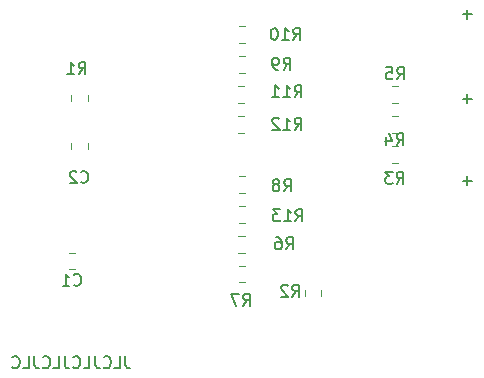
<source format=gbr>
G04 #@! TF.GenerationSoftware,KiCad,Pcbnew,(5.1.6)-1*
G04 #@! TF.CreationDate,2020-06-08T09:52:31+03:00*
G04 #@! TF.ProjectId,Z80,5a38302e-6b69-4636-9164-5f7063625858,rev?*
G04 #@! TF.SameCoordinates,Original*
G04 #@! TF.FileFunction,Legend,Bot*
G04 #@! TF.FilePolarity,Positive*
%FSLAX46Y46*%
G04 Gerber Fmt 4.6, Leading zero omitted, Abs format (unit mm)*
G04 Created by KiCad (PCBNEW (5.1.6)-1) date 2020-06-08 09:52:31*
%MOMM*%
%LPD*%
G01*
G04 APERTURE LIST*
%ADD10C,0.150000*%
%ADD11C,0.120000*%
G04 APERTURE END LIST*
D10*
X80670352Y-68905428D02*
X79908447Y-68905428D01*
X80289400Y-69286380D02*
X80289400Y-68524476D01*
X80667812Y-61958528D02*
X79905907Y-61958528D01*
X80286860Y-62339480D02*
X80286860Y-61577576D01*
X80667812Y-54816048D02*
X79905907Y-54816048D01*
X80286860Y-55197000D02*
X80286860Y-54435096D01*
X51355047Y-83780380D02*
X51355047Y-84494666D01*
X51402666Y-84637523D01*
X51497904Y-84732761D01*
X51640761Y-84780380D01*
X51736000Y-84780380D01*
X50402666Y-84780380D02*
X50878857Y-84780380D01*
X50878857Y-83780380D01*
X49497904Y-84685142D02*
X49545523Y-84732761D01*
X49688380Y-84780380D01*
X49783619Y-84780380D01*
X49926476Y-84732761D01*
X50021714Y-84637523D01*
X50069333Y-84542285D01*
X50116952Y-84351809D01*
X50116952Y-84208952D01*
X50069333Y-84018476D01*
X50021714Y-83923238D01*
X49926476Y-83828000D01*
X49783619Y-83780380D01*
X49688380Y-83780380D01*
X49545523Y-83828000D01*
X49497904Y-83875619D01*
X48783619Y-83780380D02*
X48783619Y-84494666D01*
X48831238Y-84637523D01*
X48926476Y-84732761D01*
X49069333Y-84780380D01*
X49164571Y-84780380D01*
X47831238Y-84780380D02*
X48307428Y-84780380D01*
X48307428Y-83780380D01*
X46926476Y-84685142D02*
X46974095Y-84732761D01*
X47116952Y-84780380D01*
X47212190Y-84780380D01*
X47355047Y-84732761D01*
X47450285Y-84637523D01*
X47497904Y-84542285D01*
X47545523Y-84351809D01*
X47545523Y-84208952D01*
X47497904Y-84018476D01*
X47450285Y-83923238D01*
X47355047Y-83828000D01*
X47212190Y-83780380D01*
X47116952Y-83780380D01*
X46974095Y-83828000D01*
X46926476Y-83875619D01*
X46212190Y-83780380D02*
X46212190Y-84494666D01*
X46259809Y-84637523D01*
X46355047Y-84732761D01*
X46497904Y-84780380D01*
X46593142Y-84780380D01*
X45259809Y-84780380D02*
X45736000Y-84780380D01*
X45736000Y-83780380D01*
X44355047Y-84685142D02*
X44402666Y-84732761D01*
X44545523Y-84780380D01*
X44640761Y-84780380D01*
X44783619Y-84732761D01*
X44878857Y-84637523D01*
X44926476Y-84542285D01*
X44974095Y-84351809D01*
X44974095Y-84208952D01*
X44926476Y-84018476D01*
X44878857Y-83923238D01*
X44783619Y-83828000D01*
X44640761Y-83780380D01*
X44545523Y-83780380D01*
X44402666Y-83828000D01*
X44355047Y-83875619D01*
X43640761Y-83780380D02*
X43640761Y-84494666D01*
X43688380Y-84637523D01*
X43783619Y-84732761D01*
X43926476Y-84780380D01*
X44021714Y-84780380D01*
X42688380Y-84780380D02*
X43164571Y-84780380D01*
X43164571Y-83780380D01*
X41783619Y-84685142D02*
X41831238Y-84732761D01*
X41974095Y-84780380D01*
X42069333Y-84780380D01*
X42212190Y-84732761D01*
X42307428Y-84637523D01*
X42355047Y-84542285D01*
X42402666Y-84351809D01*
X42402666Y-84208952D01*
X42355047Y-84018476D01*
X42307428Y-83923238D01*
X42212190Y-83828000D01*
X42069333Y-83780380D01*
X41974095Y-83780380D01*
X41831238Y-83828000D01*
X41783619Y-83875619D01*
D11*
X46760060Y-65707762D02*
X46760060Y-66224918D01*
X48180060Y-65707762D02*
X48180060Y-66224918D01*
X46566322Y-76414700D02*
X47083478Y-76414700D01*
X46566322Y-74994700D02*
X47083478Y-74994700D01*
X46765140Y-61638682D02*
X46765140Y-62155838D01*
X48185140Y-61638682D02*
X48185140Y-62155838D01*
X67951420Y-78706478D02*
X67951420Y-78189322D01*
X66531420Y-78706478D02*
X66531420Y-78189322D01*
X73901802Y-65965000D02*
X74418958Y-65965000D01*
X73901802Y-67385000D02*
X74418958Y-67385000D01*
X73899262Y-64857700D02*
X74416418Y-64857700D01*
X73899262Y-63437700D02*
X74416418Y-63437700D01*
X73917042Y-60882460D02*
X74434198Y-60882460D01*
X73917042Y-62302460D02*
X74434198Y-62302460D01*
X60922402Y-73579920D02*
X61439558Y-73579920D01*
X60922402Y-74999920D02*
X61439558Y-74999920D01*
X60932562Y-77529760D02*
X61449718Y-77529760D01*
X60932562Y-76109760D02*
X61449718Y-76109760D01*
X60970662Y-68515160D02*
X61487818Y-68515160D01*
X60970662Y-69935160D02*
X61487818Y-69935160D01*
X60940182Y-59762460D02*
X61457338Y-59762460D01*
X60940182Y-58342460D02*
X61457338Y-58342460D01*
X60952882Y-57227540D02*
X61470038Y-57227540D01*
X60952882Y-55807540D02*
X61470038Y-55807540D01*
X60899542Y-60887540D02*
X61416698Y-60887540D01*
X60899542Y-62307540D02*
X61416698Y-62307540D01*
X60912242Y-64845000D02*
X61429398Y-64845000D01*
X60912242Y-63425000D02*
X61429398Y-63425000D01*
X60952882Y-71052620D02*
X61470038Y-71052620D01*
X60952882Y-72472620D02*
X61470038Y-72472620D01*
D10*
X47580846Y-69005722D02*
X47628465Y-69053341D01*
X47771322Y-69100960D01*
X47866560Y-69100960D01*
X48009418Y-69053341D01*
X48104656Y-68958103D01*
X48152275Y-68862865D01*
X48199894Y-68672389D01*
X48199894Y-68529532D01*
X48152275Y-68339056D01*
X48104656Y-68243818D01*
X48009418Y-68148580D01*
X47866560Y-68100960D01*
X47771322Y-68100960D01*
X47628465Y-68148580D01*
X47580846Y-68196199D01*
X47199894Y-68196199D02*
X47152275Y-68148580D01*
X47057037Y-68100960D01*
X46818941Y-68100960D01*
X46723703Y-68148580D01*
X46676084Y-68196199D01*
X46628465Y-68291437D01*
X46628465Y-68386675D01*
X46676084Y-68529532D01*
X47247513Y-69100960D01*
X46628465Y-69100960D01*
X46991566Y-77711842D02*
X47039185Y-77759461D01*
X47182042Y-77807080D01*
X47277280Y-77807080D01*
X47420138Y-77759461D01*
X47515376Y-77664223D01*
X47562995Y-77568985D01*
X47610614Y-77378509D01*
X47610614Y-77235652D01*
X47562995Y-77045176D01*
X47515376Y-76949938D01*
X47420138Y-76854700D01*
X47277280Y-76807080D01*
X47182042Y-76807080D01*
X47039185Y-76854700D01*
X46991566Y-76902319D01*
X46039185Y-77807080D02*
X46610614Y-77807080D01*
X46324900Y-77807080D02*
X46324900Y-76807080D01*
X46420138Y-76949938D01*
X46515376Y-77045176D01*
X46610614Y-77092795D01*
X47387806Y-59888140D02*
X47721140Y-59411950D01*
X47959235Y-59888140D02*
X47959235Y-58888140D01*
X47578282Y-58888140D01*
X47483044Y-58935760D01*
X47435425Y-58983379D01*
X47387806Y-59078617D01*
X47387806Y-59221474D01*
X47435425Y-59316712D01*
X47483044Y-59364331D01*
X47578282Y-59411950D01*
X47959235Y-59411950D01*
X46435425Y-59888140D02*
X47006854Y-59888140D01*
X46721140Y-59888140D02*
X46721140Y-58888140D01*
X46816378Y-59030998D01*
X46911616Y-59126236D01*
X47006854Y-59173855D01*
X65485306Y-78730100D02*
X65818640Y-78253910D01*
X66056735Y-78730100D02*
X66056735Y-77730100D01*
X65675782Y-77730100D01*
X65580544Y-77777720D01*
X65532925Y-77825339D01*
X65485306Y-77920577D01*
X65485306Y-78063434D01*
X65532925Y-78158672D01*
X65580544Y-78206291D01*
X65675782Y-78253910D01*
X66056735Y-78253910D01*
X65104354Y-77825339D02*
X65056735Y-77777720D01*
X64961497Y-77730100D01*
X64723401Y-77730100D01*
X64628163Y-77777720D01*
X64580544Y-77825339D01*
X64532925Y-77920577D01*
X64532925Y-78015815D01*
X64580544Y-78158672D01*
X65151973Y-78730100D01*
X64532925Y-78730100D01*
X74304186Y-69167000D02*
X74637520Y-68690810D01*
X74875615Y-69167000D02*
X74875615Y-68167000D01*
X74494662Y-68167000D01*
X74399424Y-68214620D01*
X74351805Y-68262239D01*
X74304186Y-68357477D01*
X74304186Y-68500334D01*
X74351805Y-68595572D01*
X74399424Y-68643191D01*
X74494662Y-68690810D01*
X74875615Y-68690810D01*
X73970853Y-68167000D02*
X73351805Y-68167000D01*
X73685139Y-68547953D01*
X73542281Y-68547953D01*
X73447043Y-68595572D01*
X73399424Y-68643191D01*
X73351805Y-68738429D01*
X73351805Y-68976524D01*
X73399424Y-69071762D01*
X73447043Y-69119381D01*
X73542281Y-69167000D01*
X73827996Y-69167000D01*
X73923234Y-69119381D01*
X73970853Y-69071762D01*
X74304186Y-65903100D02*
X74637520Y-65426910D01*
X74875615Y-65903100D02*
X74875615Y-64903100D01*
X74494662Y-64903100D01*
X74399424Y-64950720D01*
X74351805Y-64998339D01*
X74304186Y-65093577D01*
X74304186Y-65236434D01*
X74351805Y-65331672D01*
X74399424Y-65379291D01*
X74494662Y-65426910D01*
X74875615Y-65426910D01*
X73447043Y-65236434D02*
X73447043Y-65903100D01*
X73685139Y-64855481D02*
X73923234Y-65569767D01*
X73304186Y-65569767D01*
X74339746Y-60327800D02*
X74673080Y-59851610D01*
X74911175Y-60327800D02*
X74911175Y-59327800D01*
X74530222Y-59327800D01*
X74434984Y-59375420D01*
X74387365Y-59423039D01*
X74339746Y-59518277D01*
X74339746Y-59661134D01*
X74387365Y-59756372D01*
X74434984Y-59803991D01*
X74530222Y-59851610D01*
X74911175Y-59851610D01*
X73434984Y-59327800D02*
X73911175Y-59327800D01*
X73958794Y-59803991D01*
X73911175Y-59756372D01*
X73815937Y-59708753D01*
X73577841Y-59708753D01*
X73482603Y-59756372D01*
X73434984Y-59803991D01*
X73387365Y-59899229D01*
X73387365Y-60137324D01*
X73434984Y-60232562D01*
X73482603Y-60280181D01*
X73577841Y-60327800D01*
X73815937Y-60327800D01*
X73911175Y-60280181D01*
X73958794Y-60232562D01*
X64959526Y-74714360D02*
X65292860Y-74238170D01*
X65530955Y-74714360D02*
X65530955Y-73714360D01*
X65150002Y-73714360D01*
X65054764Y-73761980D01*
X65007145Y-73809599D01*
X64959526Y-73904837D01*
X64959526Y-74047694D01*
X65007145Y-74142932D01*
X65054764Y-74190551D01*
X65150002Y-74238170D01*
X65530955Y-74238170D01*
X64102383Y-73714360D02*
X64292860Y-73714360D01*
X64388098Y-73761980D01*
X64435717Y-73809599D01*
X64530955Y-73952456D01*
X64578574Y-74142932D01*
X64578574Y-74523884D01*
X64530955Y-74619122D01*
X64483336Y-74666741D01*
X64388098Y-74714360D01*
X64197621Y-74714360D01*
X64102383Y-74666741D01*
X64054764Y-74619122D01*
X64007145Y-74523884D01*
X64007145Y-74285789D01*
X64054764Y-74190551D01*
X64102383Y-74142932D01*
X64197621Y-74095313D01*
X64388098Y-74095313D01*
X64483336Y-74142932D01*
X64530955Y-74190551D01*
X64578574Y-74285789D01*
X61304466Y-79484480D02*
X61637800Y-79008290D01*
X61875895Y-79484480D02*
X61875895Y-78484480D01*
X61494942Y-78484480D01*
X61399704Y-78532100D01*
X61352085Y-78579719D01*
X61304466Y-78674957D01*
X61304466Y-78817814D01*
X61352085Y-78913052D01*
X61399704Y-78960671D01*
X61494942Y-79008290D01*
X61875895Y-79008290D01*
X60971133Y-78484480D02*
X60304466Y-78484480D01*
X60733038Y-79484480D01*
X64776406Y-69804540D02*
X65109740Y-69328350D01*
X65347835Y-69804540D02*
X65347835Y-68804540D01*
X64966882Y-68804540D01*
X64871644Y-68852160D01*
X64824025Y-68899779D01*
X64776406Y-68995017D01*
X64776406Y-69137874D01*
X64824025Y-69233112D01*
X64871644Y-69280731D01*
X64966882Y-69328350D01*
X65347835Y-69328350D01*
X64204978Y-69233112D02*
X64300216Y-69185493D01*
X64347835Y-69137874D01*
X64395454Y-69042636D01*
X64395454Y-68995017D01*
X64347835Y-68899779D01*
X64300216Y-68852160D01*
X64204978Y-68804540D01*
X64014501Y-68804540D01*
X63919263Y-68852160D01*
X63871644Y-68899779D01*
X63824025Y-68995017D01*
X63824025Y-69042636D01*
X63871644Y-69137874D01*
X63919263Y-69185493D01*
X64014501Y-69233112D01*
X64204978Y-69233112D01*
X64300216Y-69280731D01*
X64347835Y-69328350D01*
X64395454Y-69423588D01*
X64395454Y-69614064D01*
X64347835Y-69709302D01*
X64300216Y-69756921D01*
X64204978Y-69804540D01*
X64014501Y-69804540D01*
X63919263Y-69756921D01*
X63871644Y-69709302D01*
X63824025Y-69614064D01*
X63824025Y-69423588D01*
X63871644Y-69328350D01*
X63919263Y-69280731D01*
X64014501Y-69233112D01*
X64738546Y-59499760D02*
X65071880Y-59023570D01*
X65309975Y-59499760D02*
X65309975Y-58499760D01*
X64929022Y-58499760D01*
X64833784Y-58547380D01*
X64786165Y-58594999D01*
X64738546Y-58690237D01*
X64738546Y-58833094D01*
X64786165Y-58928332D01*
X64833784Y-58975951D01*
X64929022Y-59023570D01*
X65309975Y-59023570D01*
X64262356Y-59499760D02*
X64071880Y-59499760D01*
X63976641Y-59452141D01*
X63929022Y-59404522D01*
X63833784Y-59261665D01*
X63786165Y-59071189D01*
X63786165Y-58690237D01*
X63833784Y-58594999D01*
X63881403Y-58547380D01*
X63976641Y-58499760D01*
X64167118Y-58499760D01*
X64262356Y-58547380D01*
X64309975Y-58594999D01*
X64357594Y-58690237D01*
X64357594Y-58928332D01*
X64309975Y-59023570D01*
X64262356Y-59071189D01*
X64167118Y-59118808D01*
X63976641Y-59118808D01*
X63881403Y-59071189D01*
X63833784Y-59023570D01*
X63786165Y-58928332D01*
X65570337Y-56992780D02*
X65903670Y-56516590D01*
X66141765Y-56992780D02*
X66141765Y-55992780D01*
X65760813Y-55992780D01*
X65665575Y-56040400D01*
X65617956Y-56088019D01*
X65570337Y-56183257D01*
X65570337Y-56326114D01*
X65617956Y-56421352D01*
X65665575Y-56468971D01*
X65760813Y-56516590D01*
X66141765Y-56516590D01*
X64617956Y-56992780D02*
X65189384Y-56992780D01*
X64903670Y-56992780D02*
X64903670Y-55992780D01*
X64998908Y-56135638D01*
X65094146Y-56230876D01*
X65189384Y-56278495D01*
X63998908Y-55992780D02*
X63903670Y-55992780D01*
X63808432Y-56040400D01*
X63760813Y-56088019D01*
X63713194Y-56183257D01*
X63665575Y-56373733D01*
X63665575Y-56611828D01*
X63713194Y-56802304D01*
X63760813Y-56897542D01*
X63808432Y-56945161D01*
X63903670Y-56992780D01*
X63998908Y-56992780D01*
X64094146Y-56945161D01*
X64141765Y-56897542D01*
X64189384Y-56802304D01*
X64237003Y-56611828D01*
X64237003Y-56373733D01*
X64189384Y-56183257D01*
X64141765Y-56088019D01*
X64094146Y-56040400D01*
X63998908Y-55992780D01*
X65666857Y-61851800D02*
X66000190Y-61375610D01*
X66238285Y-61851800D02*
X66238285Y-60851800D01*
X65857333Y-60851800D01*
X65762095Y-60899420D01*
X65714476Y-60947039D01*
X65666857Y-61042277D01*
X65666857Y-61185134D01*
X65714476Y-61280372D01*
X65762095Y-61327991D01*
X65857333Y-61375610D01*
X66238285Y-61375610D01*
X64714476Y-61851800D02*
X65285904Y-61851800D01*
X65000190Y-61851800D02*
X65000190Y-60851800D01*
X65095428Y-60994658D01*
X65190666Y-61089896D01*
X65285904Y-61137515D01*
X63762095Y-61851800D02*
X64333523Y-61851800D01*
X64047809Y-61851800D02*
X64047809Y-60851800D01*
X64143047Y-60994658D01*
X64238285Y-61089896D01*
X64333523Y-61137515D01*
X65687177Y-64595000D02*
X66020510Y-64118810D01*
X66258605Y-64595000D02*
X66258605Y-63595000D01*
X65877653Y-63595000D01*
X65782415Y-63642620D01*
X65734796Y-63690239D01*
X65687177Y-63785477D01*
X65687177Y-63928334D01*
X65734796Y-64023572D01*
X65782415Y-64071191D01*
X65877653Y-64118810D01*
X66258605Y-64118810D01*
X64734796Y-64595000D02*
X65306224Y-64595000D01*
X65020510Y-64595000D02*
X65020510Y-63595000D01*
X65115748Y-63737858D01*
X65210986Y-63833096D01*
X65306224Y-63880715D01*
X64353843Y-63690239D02*
X64306224Y-63642620D01*
X64210986Y-63595000D01*
X63972891Y-63595000D01*
X63877653Y-63642620D01*
X63830034Y-63690239D01*
X63782415Y-63785477D01*
X63782415Y-63880715D01*
X63830034Y-64023572D01*
X64401462Y-64595000D01*
X63782415Y-64595000D01*
X65742817Y-72342000D02*
X66076150Y-71865810D01*
X66314245Y-72342000D02*
X66314245Y-71342000D01*
X65933293Y-71342000D01*
X65838055Y-71389620D01*
X65790436Y-71437239D01*
X65742817Y-71532477D01*
X65742817Y-71675334D01*
X65790436Y-71770572D01*
X65838055Y-71818191D01*
X65933293Y-71865810D01*
X66314245Y-71865810D01*
X64790436Y-72342000D02*
X65361864Y-72342000D01*
X65076150Y-72342000D02*
X65076150Y-71342000D01*
X65171388Y-71484858D01*
X65266626Y-71580096D01*
X65361864Y-71627715D01*
X64457102Y-71342000D02*
X63838055Y-71342000D01*
X64171388Y-71722953D01*
X64028531Y-71722953D01*
X63933293Y-71770572D01*
X63885674Y-71818191D01*
X63838055Y-71913429D01*
X63838055Y-72151524D01*
X63885674Y-72246762D01*
X63933293Y-72294381D01*
X64028531Y-72342000D01*
X64314245Y-72342000D01*
X64409483Y-72294381D01*
X64457102Y-72246762D01*
M02*

</source>
